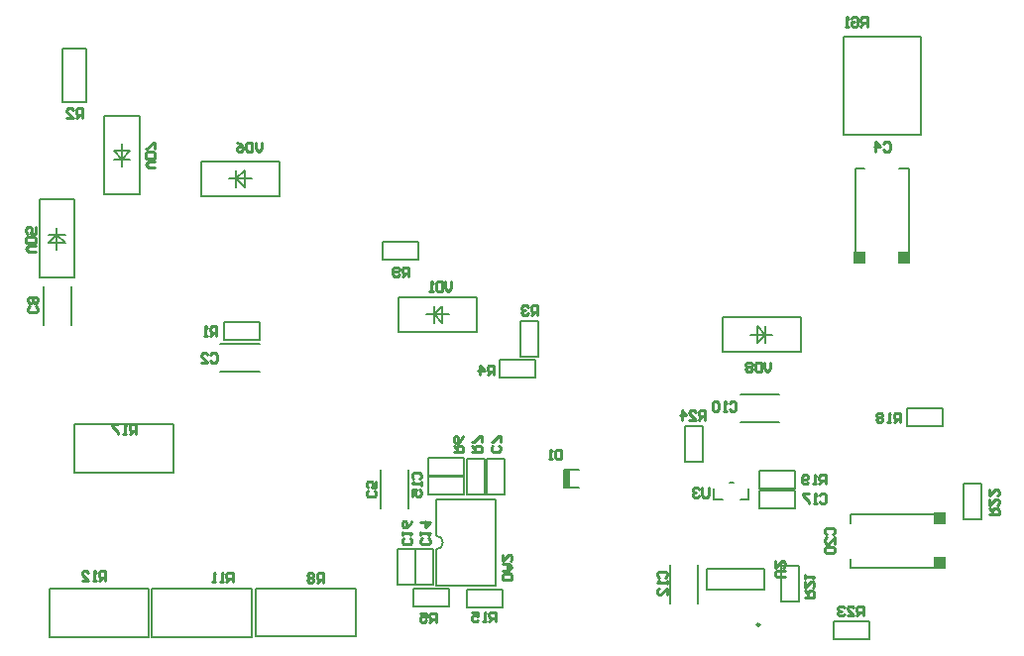
<source format=gbr>
%TF.GenerationSoftware,Altium Limited,Altium Designer,21.6.4 (81)*%
G04 Layer_Color=32896*
%FSLAX43Y43*%
%MOMM*%
%TF.SameCoordinates,3FCC9EDD-E33D-4AE7-AC82-89E58AA9E509*%
%TF.FilePolarity,Positive*%
%TF.FileFunction,Legend,Bot*%
%TF.Part,Single*%
G01*
G75*
%TA.AperFunction,NonConductor*%
%ADD85C,0.200*%
%ADD86C,0.250*%
%ADD87C,0.254*%
%ADD88R,0.508X1.587*%
%ADD89R,1.000X1.000*%
%ADD90R,1.000X1.000*%
%ADD91R,1.000X1.000*%
D85*
X42256Y8172D02*
G03*
X42256Y9372I0J600D01*
G01*
X11371Y14765D02*
X19896D01*
X11371Y14815D02*
Y18865D01*
X19896Y14765D02*
Y18865D01*
X11371D02*
X19896D01*
X53188Y15031D02*
X54458D01*
X53188Y13481D02*
X54458D01*
X53188D02*
Y15031D01*
X18030Y701D02*
X26555D01*
X18030D02*
Y4801D01*
X26555Y701D02*
Y4751D01*
X18030Y4801D02*
X26555D01*
X44907Y3267D02*
X47955D01*
X44907D02*
Y4791D01*
X47955Y3267D02*
Y4791D01*
X44907D02*
X47955D01*
X78066Y33459D02*
Y40759D01*
Y33459D02*
X78866D01*
X82666D02*
Y40759D01*
X78066D02*
X78866D01*
X81866Y33459D02*
X82666D01*
X81866Y40759D02*
X82666D01*
X77066Y43603D02*
X83666D01*
Y52003D01*
X77066Y43603D02*
Y52003D01*
X83666D01*
X66003Y12473D02*
Y13348D01*
X68278Y12473D02*
X69003D01*
X66003D02*
X66728D01*
X69003D02*
Y13348D01*
X67328Y13873D02*
X67678D01*
X47750Y24359D02*
X50798D01*
Y22835D02*
Y24359D01*
X47750Y22835D02*
Y24359D01*
Y22835D02*
X50798D01*
X42256Y5117D02*
Y8172D01*
Y5117D02*
X47356D01*
X42256Y9372D02*
Y12417D01*
X47356Y5117D02*
Y12417D01*
X42256D02*
X47356D01*
X69923Y11725D02*
X72970D01*
X69923D02*
Y13249D01*
X72970Y11725D02*
Y13249D01*
X69923D02*
X72970D01*
X77681Y6615D02*
X84981D01*
Y7415D01*
X77681Y11215D02*
X84981D01*
X77681Y6615D02*
Y7415D01*
X84981Y10415D02*
Y11215D01*
X77681Y10415D02*
Y11215D01*
X63576Y15676D02*
Y18724D01*
X65100D01*
X63576Y15676D02*
X65100D01*
Y18724D01*
X70429Y26543D02*
X71029D01*
X70429Y25843D02*
Y26543D01*
X69129D02*
X70429D01*
Y27243D01*
X69721Y25836D02*
Y27250D01*
Y25836D02*
X70429Y26543D01*
X69721Y27250D02*
X70429Y26543D01*
X73429Y25043D02*
Y28043D01*
X66729Y25043D02*
Y28043D01*
Y25043D02*
X73429D01*
X66729Y28043D02*
X73429D01*
X48159Y12882D02*
Y15930D01*
X46635Y12882D02*
X48159D01*
X46635Y15930D02*
X48159D01*
X46635Y12882D02*
Y15930D01*
X41656Y14453D02*
X44704D01*
X41656D02*
Y15977D01*
X44704Y14453D02*
Y15977D01*
X41656D02*
X44704D01*
X41656Y14406D02*
X44704D01*
Y12882D02*
Y14406D01*
X41656Y12882D02*
Y14406D01*
Y12882D02*
X44704D01*
X38964Y5131D02*
Y8179D01*
X40488D01*
X38964Y5131D02*
X40488D01*
Y8179D01*
X40538Y5135D02*
Y8183D01*
X42062D01*
X40538Y5135D02*
X42062D01*
Y8183D01*
X9906Y35088D02*
Y35688D01*
Y35088D02*
X10606D01*
X9906Y33788D02*
Y35088D01*
X9206D02*
X9906D01*
X9199Y34381D02*
X10613D01*
X9906Y35088D02*
X10613Y34381D01*
X9199D02*
X9906Y35088D01*
X8406Y38088D02*
X11406D01*
X8406Y31388D02*
X11406D01*
Y38088D01*
X8406Y31388D02*
Y38088D01*
X9242Y4801D02*
X17767D01*
Y701D02*
Y4751D01*
X9242Y701D02*
Y4801D01*
Y701D02*
X17767D01*
X26869Y4854D02*
X35394D01*
Y754D02*
Y4804D01*
X26869Y754D02*
Y4854D01*
Y754D02*
X35394D01*
X12446Y46380D02*
Y50952D01*
X10414Y46380D02*
X12446D01*
X10414Y50952D02*
X12446D01*
X10414Y46380D02*
Y50952D01*
X76276Y2036D02*
X79324D01*
Y512D02*
Y2036D01*
X76276Y512D02*
Y2036D01*
Y512D02*
X79324D01*
X87312Y10719D02*
Y13767D01*
X88836D01*
X87312Y10719D02*
X88836D01*
Y13767D01*
X71780Y3711D02*
Y6759D01*
X73304D01*
X71780Y3711D02*
X73304D01*
Y6759D01*
X69923Y14935D02*
X72970D01*
Y13411D02*
Y14935D01*
X69923Y13411D02*
Y14935D01*
Y13411D02*
X72970D01*
X82499Y20218D02*
X85547D01*
Y18694D02*
Y20218D01*
X82499Y18694D02*
Y20218D01*
Y18694D02*
X85547D01*
X37744Y32976D02*
X40792D01*
X37744D02*
Y34500D01*
X40792Y32976D02*
Y34500D01*
X37744D02*
X40792D01*
X44907Y12882D02*
Y15930D01*
X46431D01*
X44907Y12882D02*
X46431D01*
Y15930D01*
X40339Y4831D02*
X43387D01*
Y3307D02*
Y4831D01*
X40339Y3307D02*
Y4831D01*
Y3307D02*
X43387D01*
X49512Y24638D02*
Y27686D01*
X51036D01*
X49512Y24638D02*
X51036D01*
Y27686D01*
X24155Y26086D02*
X27203D01*
X24155D02*
Y27610D01*
X27203Y26086D02*
Y27610D01*
X24155D02*
X27203D01*
X70344Y4730D02*
Y6488D01*
X65444D02*
X70344D01*
X65444Y4730D02*
Y6488D01*
Y4730D02*
X70344D01*
X64669Y3565D02*
Y6871D01*
X62313Y3565D02*
Y6871D01*
X11160Y27328D02*
Y30635D01*
X8804Y27328D02*
Y30635D01*
X16943Y38535D02*
Y45235D01*
X13943Y38535D02*
Y45235D01*
X16943D01*
X13943Y38535D02*
X16943D01*
X15443Y41535D02*
X16150Y42242D01*
X14736D02*
X15443Y41535D01*
X14736Y42242D02*
X16150D01*
X15443Y41535D02*
X16143D01*
X15443D02*
Y42835D01*
X14743Y41535D02*
X15443D01*
Y40935D02*
Y41535D01*
X22228Y38353D02*
X28928D01*
X22228Y41353D02*
X28928D01*
Y38353D02*
Y41353D01*
X22228Y38353D02*
Y41353D01*
X25228Y39853D02*
X25935Y39145D01*
X25228Y39853D02*
X25935Y40560D01*
Y39145D02*
Y40560D01*
X25228Y39153D02*
Y39853D01*
X26528D01*
X25228D02*
Y40553D01*
X24628Y39853D02*
X25228D01*
X39087Y26756D02*
X45787D01*
X39087Y29756D02*
X45787D01*
Y26756D02*
Y29756D01*
X39087Y26756D02*
Y29756D01*
X42087Y28256D02*
X42794Y27548D01*
X42087Y28256D02*
X42794Y28963D01*
Y27548D02*
Y28963D01*
X42087Y27556D02*
Y28256D01*
X43387D01*
X42087D02*
Y28956D01*
X41487Y28256D02*
X42087D01*
X68299Y21447D02*
X71605D01*
X68299Y19091D02*
X71605D01*
X39888Y11707D02*
Y15014D01*
X37532Y11707D02*
Y15014D01*
X23874Y23409D02*
X27180D01*
X23874Y25765D02*
X27180D01*
D86*
X69924Y1756D02*
G03*
X69924Y1756I-125J0D01*
G01*
D87*
X53002Y16716D02*
Y15916D01*
X52602D01*
X52469Y16049D01*
Y16583D01*
X52602Y16716D01*
X53002D01*
X52202Y15916D02*
X51936D01*
X52069D01*
Y16716D01*
X52202Y16583D01*
X79088Y52873D02*
Y53673D01*
X78688D01*
X78555Y53540D01*
Y53273D01*
X78688Y53140D01*
X79088D01*
X78821D02*
X78555Y52873D01*
X77755Y53540D02*
X77888Y53673D01*
X78155D01*
X78288Y53540D01*
Y53006D01*
X78155Y52873D01*
X77888D01*
X77755Y53006D01*
Y53273D01*
X78022D01*
X77489Y52873D02*
X77222D01*
X77355D01*
Y53673D01*
X77489Y53540D01*
X47663Y17067D02*
X47796Y16934D01*
Y16667D01*
X47663Y16534D01*
X47130D01*
X46997Y16667D01*
Y16934D01*
X47130Y17067D01*
X47796Y17333D02*
Y17867D01*
X47663D01*
X47130Y17333D01*
X46997D01*
X65539Y13455D02*
Y12789D01*
X65405Y12656D01*
X65139D01*
X65006Y12789D01*
Y13455D01*
X64739Y13322D02*
X64606Y13455D01*
X64339D01*
X64206Y13322D01*
Y13189D01*
X64339Y13056D01*
X64472D01*
X64339D01*
X64206Y12922D01*
Y12789D01*
X64339Y12656D01*
X64606D01*
X64739Y12789D01*
X48762Y5593D02*
X47962D01*
Y5993D01*
X48095Y6126D01*
X48628D01*
X48762Y5993D01*
Y5593D01*
X47962Y6393D02*
X48495D01*
X48762Y6659D01*
X48495Y6926D01*
X47962D01*
X48362D01*
Y6393D01*
X47962Y7726D02*
Y7192D01*
X48495Y7726D01*
X48628D01*
X48762Y7592D01*
Y7326D01*
X48628Y7192D01*
X75049Y12787D02*
X75183Y12920D01*
X75449D01*
X75583Y12787D01*
Y12254D01*
X75449Y12120D01*
X75183D01*
X75049Y12254D01*
X74783Y12120D02*
X74516D01*
X74650D01*
Y12920D01*
X74783Y12787D01*
X74116Y12920D02*
X73583D01*
Y12787D01*
X74116Y12254D01*
Y12120D01*
X40052Y9135D02*
X40186Y9001D01*
Y8735D01*
X40052Y8602D01*
X39519D01*
X39386Y8735D01*
Y9001D01*
X39519Y9135D01*
X39386Y9401D02*
Y9668D01*
Y9535D01*
X40186D01*
X40052Y9401D01*
X40186Y10601D02*
X40052Y10334D01*
X39786Y10068D01*
X39519D01*
X39386Y10201D01*
Y10468D01*
X39519Y10601D01*
X39653D01*
X39786Y10468D01*
Y10068D01*
X40355Y14210D02*
X40222Y14344D01*
Y14610D01*
X40355Y14744D01*
X40888D01*
X41022Y14610D01*
Y14344D01*
X40888Y14210D01*
X41022Y13944D02*
Y13677D01*
Y13811D01*
X40222D01*
X40355Y13944D01*
X40222Y12744D02*
Y13277D01*
X40622D01*
X40488Y13011D01*
Y12877D01*
X40622Y12744D01*
X40888D01*
X41022Y12877D01*
Y13144D01*
X40888Y13277D01*
X75654Y9474D02*
X75521Y9607D01*
Y9874D01*
X75654Y10007D01*
X76187D01*
X76320Y9874D01*
Y9607D01*
X76187Y9474D01*
X76320Y8674D02*
Y9207D01*
X75787Y8674D01*
X75654D01*
X75521Y8808D01*
Y9074D01*
X75654Y9207D01*
Y8408D02*
X75521Y8274D01*
Y8008D01*
X75654Y7874D01*
X76187D01*
X76320Y8008D01*
Y8274D01*
X76187Y8408D01*
X75654D01*
X80499Y42862D02*
X80632Y42996D01*
X80899D01*
X81032Y42862D01*
Y42329D01*
X80899Y42196D01*
X80632D01*
X80499Y42329D01*
X79832Y42196D02*
Y42996D01*
X80232Y42596D01*
X79699D01*
X41618Y9135D02*
X41751Y9001D01*
Y8735D01*
X41618Y8602D01*
X41085D01*
X40951Y8735D01*
Y9001D01*
X41085Y9135D01*
X40951Y9401D02*
Y9668D01*
Y9535D01*
X41751D01*
X41618Y9401D01*
X40951Y10468D02*
X41751D01*
X41351Y10068D01*
Y10601D01*
X72084Y5836D02*
X71418D01*
X71285Y5969D01*
Y6236D01*
X71418Y6369D01*
X72084D01*
X71285Y7169D02*
Y6636D01*
X71818Y7169D01*
X71951D01*
X72084Y7036D01*
Y6769D01*
X71951Y6636D01*
X70866Y24174D02*
Y23641D01*
X70599Y23375D01*
X70332Y23641D01*
Y24174D01*
X70066D02*
Y23375D01*
X69666D01*
X69533Y23508D01*
Y24041D01*
X69666Y24174D01*
X70066D01*
X69266Y24041D02*
X69133Y24174D01*
X68866D01*
X68733Y24041D01*
Y23908D01*
X68866Y23774D01*
X68733Y23641D01*
Y23508D01*
X68866Y23375D01*
X69133D01*
X69266Y23508D01*
Y23641D01*
X69133Y23774D01*
X69266Y23908D01*
Y24041D01*
X69133Y23774D02*
X68866D01*
X43604Y31044D02*
Y30511D01*
X43337Y30245D01*
X43071Y30511D01*
Y31044D01*
X42804D02*
Y30245D01*
X42404D01*
X42271Y30378D01*
Y30911D01*
X42404Y31044D01*
X42804D01*
X42004Y30245D02*
X41738D01*
X41871D01*
Y31044D01*
X42004Y30911D01*
X61328Y5775D02*
X61195Y5908D01*
Y6175D01*
X61328Y6308D01*
X61862D01*
X61995Y6175D01*
Y5908D01*
X61862Y5775D01*
X61995Y5509D02*
Y5242D01*
Y5375D01*
X61195D01*
X61328Y5509D01*
X61995Y4309D02*
Y4842D01*
X61462Y4309D01*
X61328D01*
X61195Y4442D01*
Y4709D01*
X61328Y4842D01*
X24899Y5400D02*
Y6199D01*
X24499D01*
X24366Y6066D01*
Y5799D01*
X24499Y5666D01*
X24899D01*
X24632D02*
X24366Y5400D01*
X24099D02*
X23832D01*
X23966D01*
Y6199D01*
X24099Y6066D01*
X23433Y5400D02*
X23166D01*
X23299D01*
Y6199D01*
X23433Y6066D01*
X50941Y28211D02*
Y29011D01*
X50541D01*
X50408Y28877D01*
Y28611D01*
X50541Y28477D01*
X50941D01*
X50674D02*
X50408Y28211D01*
X50141Y28877D02*
X50008Y29011D01*
X49741D01*
X49608Y28877D01*
Y28744D01*
X49741Y28611D01*
X49874D01*
X49741D01*
X49608Y28477D01*
Y28344D01*
X49741Y28211D01*
X50008D01*
X50141Y28344D01*
X42250Y1953D02*
Y2753D01*
X41850D01*
X41717Y2620D01*
Y2353D01*
X41850Y2220D01*
X42250D01*
X41984D02*
X41717Y1953D01*
X40917Y2753D02*
X41451D01*
Y2353D01*
X41184Y2486D01*
X41051D01*
X40917Y2353D01*
Y2086D01*
X41051Y1953D01*
X41317D01*
X41451Y2086D01*
X47349Y2023D02*
Y2822D01*
X46949D01*
X46816Y2689D01*
Y2422D01*
X46949Y2289D01*
X47349D01*
X47083D02*
X46816Y2023D01*
X46550D02*
X46283D01*
X46416D01*
Y2822D01*
X46550Y2689D01*
X45350Y2822D02*
X45883D01*
Y2422D01*
X45616Y2556D01*
X45483D01*
X45350Y2422D01*
Y2156D01*
X45483Y2023D01*
X45750D01*
X45883Y2156D01*
X65252Y19265D02*
Y20065D01*
X64852D01*
X64719Y19932D01*
Y19665D01*
X64852Y19532D01*
X65252D01*
X64986D02*
X64719Y19265D01*
X63919D02*
X64452D01*
X63919Y19798D01*
Y19932D01*
X64053Y20065D01*
X64319D01*
X64452Y19932D01*
X63253Y19265D02*
Y20065D01*
X63653Y19665D01*
X63119D01*
X78750Y2518D02*
Y3317D01*
X78350D01*
X78216Y3184D01*
Y2917D01*
X78350Y2784D01*
X78750D01*
X78483D02*
X78216Y2518D01*
X77417D02*
X77950D01*
X77417Y3051D01*
Y3184D01*
X77550Y3317D01*
X77816D01*
X77950Y3184D01*
X77150D02*
X77017Y3317D01*
X76750D01*
X76617Y3184D01*
Y3051D01*
X76750Y2917D01*
X76883D01*
X76750D01*
X76617Y2784D01*
Y2651D01*
X76750Y2518D01*
X77017D01*
X77150Y2651D01*
X32624Y5368D02*
Y6168D01*
X32224D01*
X32090Y6035D01*
Y5768D01*
X32224Y5635D01*
X32624D01*
X32357D02*
X32090Y5368D01*
X31824Y6035D02*
X31691Y6168D01*
X31424D01*
X31291Y6035D01*
Y5902D01*
X31424Y5768D01*
X31291Y5635D01*
Y5502D01*
X31424Y5368D01*
X31691D01*
X31824Y5502D01*
Y5635D01*
X31691Y5768D01*
X31824Y5902D01*
Y6035D01*
X31691Y5768D02*
X31424D01*
X16621Y18066D02*
Y18866D01*
X16221D01*
X16088Y18732D01*
Y18466D01*
X16221Y18333D01*
X16621D01*
X16354D02*
X16088Y18066D01*
X15821D02*
X15554D01*
X15688D01*
Y18866D01*
X15821Y18732D01*
X15154Y18866D02*
X14621D01*
Y18732D01*
X15154Y18199D01*
Y18066D01*
X89542Y11153D02*
X90341D01*
Y11553D01*
X90208Y11687D01*
X89941D01*
X89808Y11553D01*
Y11153D01*
Y11420D02*
X89542Y11687D01*
Y12486D02*
Y11953D01*
X90075Y12486D01*
X90208D01*
X90341Y12353D01*
Y12087D01*
X90208Y11953D01*
X89542Y13286D02*
Y12753D01*
X90075Y13286D01*
X90208D01*
X90341Y13153D01*
Y12886D01*
X90208Y12753D01*
X73788Y4112D02*
X74588D01*
Y4512D01*
X74454Y4645D01*
X74188D01*
X74054Y4512D01*
Y4112D01*
Y4378D02*
X73788Y4645D01*
Y5445D02*
Y4911D01*
X74321Y5445D01*
X74454D01*
X74588Y5311D01*
Y5045D01*
X74454Y4911D01*
X73788Y5711D02*
Y5978D01*
Y5844D01*
X74588D01*
X74454Y5711D01*
X75541Y13773D02*
Y14573D01*
X75141D01*
X75008Y14440D01*
Y14173D01*
X75141Y14040D01*
X75541D01*
X75275D02*
X75008Y13773D01*
X74741D02*
X74475D01*
X74608D01*
Y14573D01*
X74741Y14440D01*
X74075Y13907D02*
X73942Y13773D01*
X73675D01*
X73542Y13907D01*
Y14440D01*
X73675Y14573D01*
X73942D01*
X74075Y14440D01*
Y14306D01*
X73942Y14173D01*
X73542D01*
X81899Y19057D02*
Y19856D01*
X81499D01*
X81366Y19723D01*
Y19456D01*
X81499Y19323D01*
X81899D01*
X81632D02*
X81366Y19057D01*
X81099D02*
X80832D01*
X80966D01*
Y19856D01*
X81099Y19723D01*
X80432D02*
X80299Y19856D01*
X80033D01*
X79899Y19723D01*
Y19590D01*
X80033Y19456D01*
X79899Y19323D01*
Y19190D01*
X80033Y19057D01*
X80299D01*
X80432Y19190D01*
Y19323D01*
X80299Y19456D01*
X80432Y19590D01*
Y19723D01*
X80299Y19456D02*
X80033D01*
X45346Y16534D02*
X46145D01*
Y16934D01*
X46012Y17067D01*
X45745D01*
X45612Y16934D01*
Y16534D01*
Y16800D02*
X45346Y17067D01*
X46145Y17333D02*
Y17867D01*
X46012D01*
X45479Y17333D01*
X45346D01*
X43780Y16504D02*
X44580D01*
Y16904D01*
X44447Y17037D01*
X44180D01*
X44047Y16904D01*
Y16504D01*
Y16771D02*
X43780Y17037D01*
X44580Y17837D02*
X44447Y17570D01*
X44180Y17304D01*
X43914D01*
X43780Y17437D01*
Y17704D01*
X43914Y17837D01*
X44047D01*
X44180Y17704D01*
Y17304D01*
X47199Y23095D02*
Y23895D01*
X46799D01*
X46666Y23762D01*
Y23495D01*
X46799Y23362D01*
X47199D01*
X46933D02*
X46666Y23095D01*
X46000D02*
Y23895D01*
X46400Y23495D01*
X45866D01*
X12072Y45066D02*
Y45866D01*
X11673D01*
X11539Y45733D01*
Y45466D01*
X11673Y45333D01*
X12072D01*
X11806D02*
X11539Y45066D01*
X10740D02*
X11273D01*
X10740Y45599D01*
Y45733D01*
X10873Y45866D01*
X11139D01*
X11273Y45733D01*
X37020Y13202D02*
X37154Y13068D01*
Y12802D01*
X37020Y12669D01*
X36487D01*
X36354Y12802D01*
Y13068D01*
X36487Y13202D01*
X37154Y14001D02*
Y13468D01*
X36754D01*
X36887Y13735D01*
Y13868D01*
X36754Y14001D01*
X36487D01*
X36354Y13868D01*
Y13602D01*
X36487Y13468D01*
X23027Y24828D02*
X23161Y24961D01*
X23427D01*
X23561Y24828D01*
Y24295D01*
X23427Y24162D01*
X23161D01*
X23027Y24295D01*
X22228Y24162D02*
X22761D01*
X22228Y24695D01*
Y24828D01*
X22361Y24961D01*
X22628D01*
X22761Y24828D01*
X18256Y40818D02*
X17723D01*
X17456Y41085D01*
X17723Y41351D01*
X18256D01*
Y41618D02*
X17456D01*
Y42018D01*
X17590Y42151D01*
X18123D01*
X18256Y42018D01*
Y41618D01*
Y42418D02*
Y42951D01*
X18123D01*
X17590Y42418D01*
X17456D01*
X27381Y42970D02*
Y42437D01*
X27114Y42171D01*
X26848Y42437D01*
Y42970D01*
X26581D02*
Y42171D01*
X26181D01*
X26048Y42304D01*
Y42837D01*
X26181Y42970D01*
X26581D01*
X25248D02*
X25515Y42837D01*
X25781Y42570D01*
Y42304D01*
X25648Y42171D01*
X25381D01*
X25248Y42304D01*
Y42437D01*
X25381Y42570D01*
X25781D01*
X8050Y33585D02*
X7516D01*
X7250Y33852D01*
X7516Y34119D01*
X8050D01*
Y34385D02*
X7250D01*
Y34785D01*
X7383Y34918D01*
X7916D01*
X8050Y34785D01*
Y34385D01*
Y35718D02*
Y35185D01*
X7650D01*
X7783Y35451D01*
Y35585D01*
X7650Y35718D01*
X7383D01*
X7250Y35585D01*
Y35318D01*
X7383Y35185D01*
X14032Y5527D02*
Y6326D01*
X13632D01*
X13498Y6193D01*
Y5926D01*
X13632Y5793D01*
X14032D01*
X13765D02*
X13498Y5527D01*
X13232D02*
X12965D01*
X13099D01*
Y6326D01*
X13232Y6193D01*
X12032Y5527D02*
X12565D01*
X12032Y6060D01*
Y6193D01*
X12166Y6326D01*
X12432D01*
X12565Y6193D01*
X39935Y31503D02*
Y32302D01*
X39535D01*
X39402Y32169D01*
Y31902D01*
X39535Y31769D01*
X39935D01*
X39668D02*
X39402Y31503D01*
X39135Y31636D02*
X39002Y31503D01*
X38735D01*
X38602Y31636D01*
Y32169D01*
X38735Y32302D01*
X39002D01*
X39135Y32169D01*
Y32036D01*
X39002Y31902D01*
X38602D01*
X23527Y26448D02*
Y27248D01*
X23127D01*
X22994Y27115D01*
Y26848D01*
X23127Y26715D01*
X23527D01*
X23260D02*
X22994Y26448D01*
X22727D02*
X22461D01*
X22594D01*
Y27248D01*
X22727Y27115D01*
X67353Y20671D02*
X67486Y20804D01*
X67753D01*
X67886Y20671D01*
Y20138D01*
X67753Y20004D01*
X67486D01*
X67353Y20138D01*
X67086Y20004D02*
X66820D01*
X66953D01*
Y20804D01*
X67086Y20671D01*
X66420D02*
X66287Y20804D01*
X66020D01*
X65887Y20671D01*
Y20138D01*
X66020Y20004D01*
X66287D01*
X66420Y20138D01*
Y20671D01*
X8115Y28950D02*
X8248Y28816D01*
Y28550D01*
X8115Y28417D01*
X7582D01*
X7449Y28550D01*
Y28816D01*
X7582Y28950D01*
X8115Y29216D02*
X8248Y29350D01*
Y29616D01*
X8115Y29749D01*
X7982D01*
X7849Y29616D01*
X7715Y29749D01*
X7582D01*
X7449Y29616D01*
Y29350D01*
X7582Y29216D01*
X7715D01*
X7849Y29350D01*
X7982Y29216D01*
X8115D01*
X7849Y29350D02*
Y29616D01*
D88*
X53442Y14224D02*
D03*
D89*
X82266Y33109D02*
D03*
D90*
X78466D02*
D03*
D91*
X85331Y10815D02*
D03*
Y7015D02*
D03*
%TF.MD5,71f7bff0c23a4c5c2121eb309591e208*%
M02*

</source>
